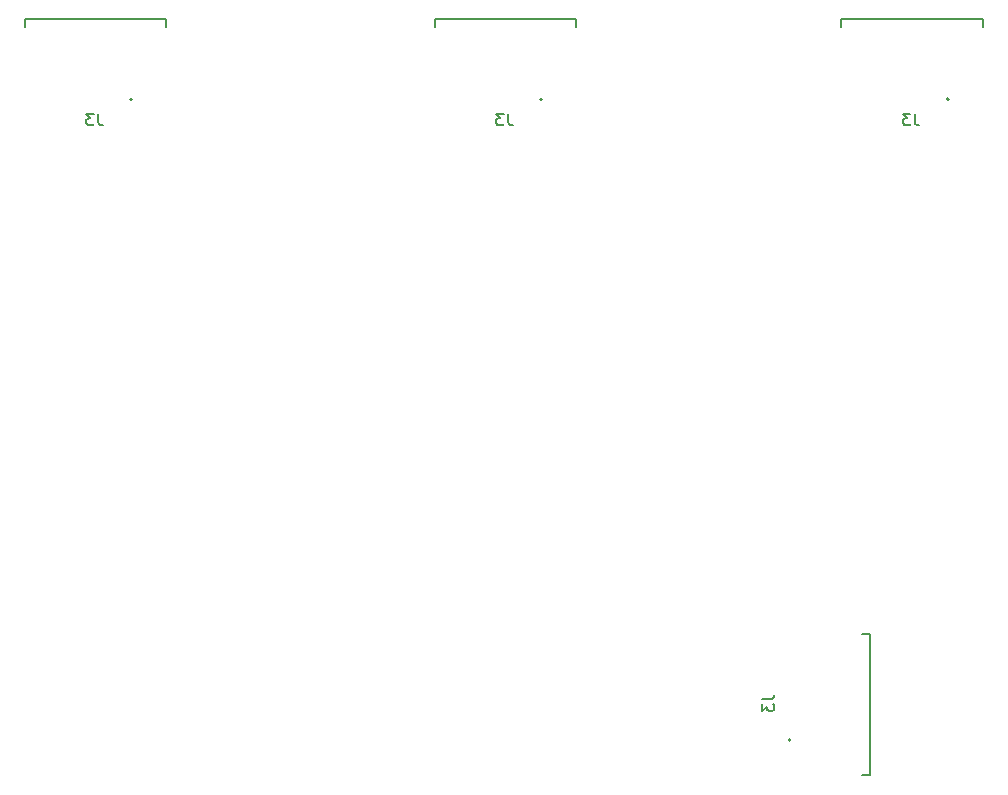
<source format=gbr>
G04 #@! TF.GenerationSoftware,KiCad,Pcbnew,5.1.9-73d0e3b20d~88~ubuntu20.04.1*
G04 #@! TF.CreationDate,2021-06-09T12:04:27-03:00*
G04 #@! TF.ProjectId,adaptador_db15_usb,61646170-7461-4646-9f72-5f646231355f,rev?*
G04 #@! TF.SameCoordinates,Original*
G04 #@! TF.FileFunction,Legend,Bot*
G04 #@! TF.FilePolarity,Positive*
%FSLAX46Y46*%
G04 Gerber Fmt 4.6, Leading zero omitted, Abs format (unit mm)*
G04 Created by KiCad (PCBNEW 5.1.9-73d0e3b20d~88~ubuntu20.04.1) date 2021-06-09 12:04:27*
%MOMM*%
%LPD*%
G01*
G04 APERTURE LIST*
%ADD10C,0.200000*%
%ADD11C,0.127000*%
%ADD12C,0.150000*%
G04 APERTURE END LIST*
D10*
X163495000Y-66845000D02*
G75*
G03*
X163495000Y-66845000I-100000J0D01*
G01*
D11*
X166395000Y-60045000D02*
X166395000Y-60745000D01*
X154395000Y-60045000D02*
X166395000Y-60045000D01*
X154395000Y-60745000D02*
X154395000Y-60045000D01*
X190545000Y-112075000D02*
X191245000Y-112075000D01*
X191245000Y-112075000D02*
X191245000Y-124075000D01*
X191245000Y-124075000D02*
X190545000Y-124075000D01*
D10*
X184545000Y-121075000D02*
G75*
G03*
X184545000Y-121075000I-100000J0D01*
G01*
X197945000Y-66845000D02*
G75*
G03*
X197945000Y-66845000I-100000J0D01*
G01*
D11*
X200845000Y-60045000D02*
X200845000Y-60745000D01*
X188845000Y-60045000D02*
X200845000Y-60045000D01*
X188845000Y-60745000D02*
X188845000Y-60045000D01*
X119695000Y-60745000D02*
X119695000Y-60045000D01*
X119695000Y-60045000D02*
X131695000Y-60045000D01*
X131695000Y-60045000D02*
X131695000Y-60745000D01*
D10*
X128795000Y-66845000D02*
G75*
G03*
X128795000Y-66845000I-100000J0D01*
G01*
D12*
X160613333Y-68052380D02*
X160613333Y-68766666D01*
X160660952Y-68909523D01*
X160756190Y-69004761D01*
X160899047Y-69052380D01*
X160994285Y-69052380D01*
X160232380Y-68052380D02*
X159613333Y-68052380D01*
X159946666Y-68433333D01*
X159803809Y-68433333D01*
X159708571Y-68480952D01*
X159660952Y-68528571D01*
X159613333Y-68623809D01*
X159613333Y-68861904D01*
X159660952Y-68957142D01*
X159708571Y-69004761D01*
X159803809Y-69052380D01*
X160089523Y-69052380D01*
X160184761Y-69004761D01*
X160232380Y-68957142D01*
X182142380Y-117626666D02*
X182856666Y-117626666D01*
X182999523Y-117579047D01*
X183094761Y-117483809D01*
X183142380Y-117340952D01*
X183142380Y-117245714D01*
X182142380Y-118007619D02*
X182142380Y-118626666D01*
X182523333Y-118293333D01*
X182523333Y-118436190D01*
X182570952Y-118531428D01*
X182618571Y-118579047D01*
X182713809Y-118626666D01*
X182951904Y-118626666D01*
X183047142Y-118579047D01*
X183094761Y-118531428D01*
X183142380Y-118436190D01*
X183142380Y-118150476D01*
X183094761Y-118055238D01*
X183047142Y-118007619D01*
X195063333Y-68052380D02*
X195063333Y-68766666D01*
X195110952Y-68909523D01*
X195206190Y-69004761D01*
X195349047Y-69052380D01*
X195444285Y-69052380D01*
X194682380Y-68052380D02*
X194063333Y-68052380D01*
X194396666Y-68433333D01*
X194253809Y-68433333D01*
X194158571Y-68480952D01*
X194110952Y-68528571D01*
X194063333Y-68623809D01*
X194063333Y-68861904D01*
X194110952Y-68957142D01*
X194158571Y-69004761D01*
X194253809Y-69052380D01*
X194539523Y-69052380D01*
X194634761Y-69004761D01*
X194682380Y-68957142D01*
X125913333Y-68052380D02*
X125913333Y-68766666D01*
X125960952Y-68909523D01*
X126056190Y-69004761D01*
X126199047Y-69052380D01*
X126294285Y-69052380D01*
X125532380Y-68052380D02*
X124913333Y-68052380D01*
X125246666Y-68433333D01*
X125103809Y-68433333D01*
X125008571Y-68480952D01*
X124960952Y-68528571D01*
X124913333Y-68623809D01*
X124913333Y-68861904D01*
X124960952Y-68957142D01*
X125008571Y-69004761D01*
X125103809Y-69052380D01*
X125389523Y-69052380D01*
X125484761Y-69004761D01*
X125532380Y-68957142D01*
M02*

</source>
